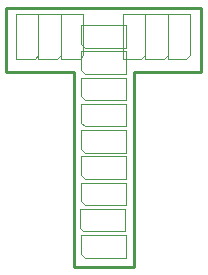
<source format=gto>
G75*
%MOIN*%
%OFA0B0*%
%FSLAX24Y24*%
%IPPOS*%
%LPD*%
%AMOC8*
5,1,8,0,0,1.08239X$1,22.5*
%
%ADD10C,0.0100*%
%ADD11C,0.0040*%
D10*
X004642Y002517D02*
X006642Y002517D01*
X006642Y009017D01*
X008892Y009017D01*
X008892Y011142D01*
X002392Y011142D01*
X002392Y009017D01*
X004642Y009017D01*
X004642Y002517D01*
D11*
X005017Y002829D02*
X004892Y002954D01*
X004892Y003579D01*
X006392Y003579D01*
X006392Y002829D01*
X005017Y002829D01*
X004954Y003704D02*
X004829Y003829D01*
X004829Y004454D01*
X006329Y004454D01*
X006329Y003704D01*
X004954Y003704D01*
X005017Y004579D02*
X004892Y004704D01*
X004892Y005329D01*
X006392Y005329D01*
X006392Y004579D01*
X005017Y004579D01*
X005017Y005454D02*
X004892Y005579D01*
X004892Y006204D01*
X006392Y006204D01*
X006392Y005454D01*
X005017Y005454D01*
X005017Y006329D02*
X004892Y006454D01*
X004892Y007079D01*
X006392Y007079D01*
X006392Y006329D01*
X005017Y006329D01*
X005017Y007204D02*
X004892Y007329D01*
X004892Y007954D01*
X006392Y007954D01*
X006392Y007204D01*
X005017Y007204D01*
X005017Y008079D02*
X004892Y008204D01*
X004892Y008829D01*
X006392Y008829D01*
X006392Y008079D01*
X005017Y008079D01*
X005017Y008954D02*
X004892Y009079D01*
X004892Y009704D01*
X006392Y009704D01*
X006392Y008954D01*
X005017Y008954D01*
X004829Y009454D02*
X004954Y009579D01*
X004954Y010954D01*
X004204Y010954D01*
X004204Y009579D01*
X004079Y009454D01*
X003454Y009454D01*
X003454Y010954D01*
X003454Y009579D01*
X003329Y009454D01*
X002704Y009454D01*
X002704Y010954D01*
X003454Y010954D01*
X004204Y010954D01*
X004204Y009454D01*
X004829Y009454D01*
X005017Y009829D02*
X004892Y009954D01*
X004892Y010579D01*
X006392Y010579D01*
X006392Y009829D01*
X005017Y009829D01*
X006267Y009454D02*
X006267Y010954D01*
X007017Y010954D01*
X007767Y010954D01*
X008517Y010954D01*
X008517Y009579D01*
X008392Y009454D01*
X007767Y009454D01*
X007767Y010954D01*
X007767Y009579D01*
X007642Y009454D01*
X007017Y009454D01*
X007017Y010954D01*
X007017Y009579D01*
X006892Y009454D01*
X006267Y009454D01*
M02*

</source>
